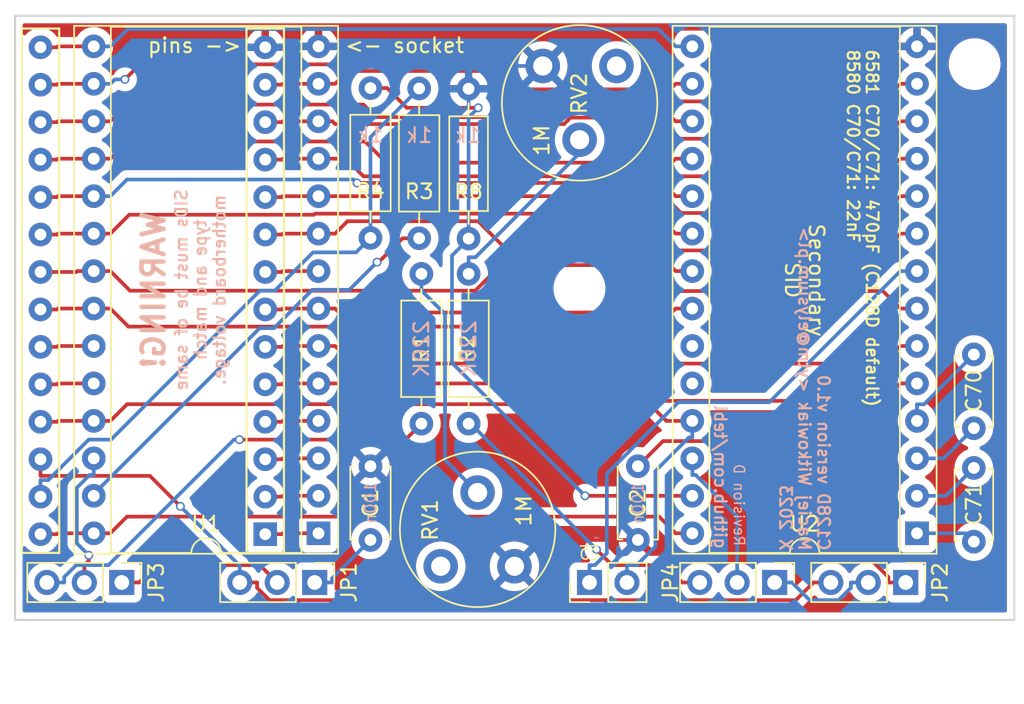
<source format=kicad_pcb>
(kicad_pcb (version 20211014) (generator pcbnew)
  (title_block (title "C128D DualSID") (date "2023-10-24") (rev "D"))
  (layers (0 "F.Cu" signal) (31 "B.Cu" signal) (34 "B.Paste" user) (35 "F.Paste" user) (36 "B.SilkS" user "B.Silkscreen") (37 "F.SilkS" user "F.Silkscreen") (38 "B.Mask" user) (39 "F.Mask" user) (44 "Edge.Cuts" user))
  (net 0 "")
  (net 1 "/CAP_1A")
  (net 2 "/D6")
  (net 3 "/CAP_1B")
  (net 4 "/D7")
  (net 5 "/CAP_2A")
  (net 6 "/POT_Y")
  (net 7 "/CAP_2B")
  (net 8 "/POT_X")
  (net 9 "/~{RESET}")
  (net 10 "VCC")
  (net 11 "/Phi2")
  (net 12 "/EXT_IN")
  (net 13 "VDD")
  (net 14 "/A0")
  (net 15 "/A1")
  (net 16 "/A2")
  (net 17 "/A3")
  (net 18 "/A4")
  (net 19 "GND")
  (net 20 "/D0")
  (net 21 "/D1")
  (net 22 "/D2")
  (net 23 "/D3")
  (net 24 "/D4")
  (net 25 "/D5")
  (net 26 "Net-(C70-Pad1)")
  (net 27 "Net-(C70-Pad2)")
  (net 28 "Net-(C71-Pad1)")
  (net 29 "Net-(C71-Pad2)")
  (net 30 "R{slash}~{W}")
  (net 31 "EXT_IN1")
  (net 34 "~{CS1_IN}")
  (net 35 "~{CS2_IN}")
  (net 36 "EXT_IN2")
  (net 37 "AUD_OUT")
  (net 38 "AUD_R")
  (net 39 "AUD_L")
  (net 40 "Net-(JP3-Pad1)")
  (net 41 "Net-(JP2-Pad1)")
  (net 42 "Net-(JP2-Pad2)")
  (net 43 "Net-(R1-Pad1)")
  (net 44 "Net-(JP4-Pad3)")
  (net 45 "Net-(R1-Pad2)")
  (net 46 "Net-(R2-Pad2)")
  (net 49 "Net-(C1-Pad1)")
  (footprint "MOS_6581:MOS_6581_Adapter" (layer "F.Cu") (at 121.92 123.317 180)
    (fp_text reference "A1")
    (fp_text value "SID_ADAPTER")
  )
  (footprint "Capacitors_THT:C_Disc_D4.7mm_W2.5mm_P5.00mm" (layer "F.Cu") (at 169.9768 116.1288 90)
    (fp_text reference "C70")
    (fp_text value "470pF*")
  )
  (footprint "Capacitors_THT:C_Disc_D4.7mm_W2.5mm_P5.00mm" (layer "F.Cu") (at 169.9768 123.825 90)
    (fp_text reference "C71")
    (fp_text value "470pF*")
  )
  (footprint "Resistors_THT:R_Axial_DIN0207_L6.3mm_D2.5mm_P10.16mm_Horizontal" (layer "F.Cu") (at 135.7122 103.271 90)
    (fp_text reference "R8")
    (fp_text value "1k")
  )
  (footprint "Housings_DIP:DIP-28_W15.24mm_Socket" (layer "F.Cu") (at 125.5318 123.2558 180)
    (fp_text reference "U1")
    (fp_text value "MOS_6581")
  )
  (footprint "Housings_DIP:DIP-28_W15.24mm_Socket" (layer "F.Cu") (at 166.121 123.2558 180)
    (fp_text reference "U2")
    (fp_text value "MOS_6581")
  )
  (footprint "Pin_Headers:Pin_Header_Straight_1x02_Pitch2.54mm" (layer "F.Cu") (at 143.9114 126.5936 90)
    (fp_text reference "J4")
    (fp_text value "~{CS}")
  )
  (footprint "Connector_PinHeader_2.54mm:PinHeader_1x03_P2.54mm_Vertical" (layer "F.Cu") (at 125.2728 126.5936 -90)
    (fp_text reference "JP1")
    (fp_text value "SEL1_Noise_reduction")
  )
  (footprint "Resistor_THT:R_Axial_DIN0207_L6.3mm_D2.5mm_P10.16mm_Horizontal" (layer "F.Cu") (at 132.5118 115.824 90)
    (fp_text reference "R1")
    (fp_text value "220K")
  )
  (footprint "Resistor_THT:R_Axial_DIN0207_L6.3mm_D2.5mm_P10.16mm_Horizontal" (layer "F.Cu") (at 135.7122 115.824 90)
    (fp_text reference "R2")
    (fp_text value "220K")
  )
  (footprint "Resistor_THT:R_Axial_DIN0207_L6.3mm_D2.5mm_P10.16mm_Horizontal" (layer "F.Cu") (at 132.3594 93.091 -90)
    (fp_text reference "R3")
    (fp_text value "1k")
  )
  (footprint "Resistor_THT:R_Axial_DIN0207_L6.3mm_D2.5mm_P10.16mm_Horizontal" (layer "F.Cu") (at 129.0574 103.2256 90)
    (fp_text reference "R4")
    (fp_text value "1k")
  )
  (footprint "Potentiometer_THT:Potentiometer_Piher_PT-10-V05_Vertical" (layer "F.Cu") (at 138.8222 125.4936 90)
    (fp_text reference "RV1")
    (fp_text value "1M")
  )
  (footprint "Connector_PinHeader_2.54mm:PinHeader_1x03_P2.54mm_Vertical" (layer "F.Cu") (at 112.1918 126.5936 -90)
    (fp_text reference "JP3")
    (fp_text value "SEL1_digitboost")
  )
  (footprint "Connector_PinHeader_2.54mm:PinHeader_1x03_P2.54mm_Vertical" (layer "F.Cu") (at 165.354 126.5936 -90)
    (fp_text reference "JP2")
    (fp_text value "SEL2_Noise_reduction")
  )
  (footprint "Capacitor_THT:C_Disc_D4.7mm_W2.5mm_P5.00mm" (layer "F.Cu") (at 147.193 118.7088 -90)
    (fp_text reference "C2")
    (fp_text value "100n")
  )
  (footprint "MountingHole:MountingHole_2.5mm" (layer "F.Cu") (at 143.2306 106.6546 -90)
    (fp_text reference "REF1")
    (fp_text value "MountingHole_2.5mm" hide)
  )
  (footprint "Capacitor_THT:C_Disc_D4.7mm_W2.5mm_P5.00mm" (layer "F.Cu") (at 129.0574 123.7088 90)
    (fp_text reference "C1")
    (fp_text value "100n")
  )
  (footprint "MountingHole:MountingHole_2.5mm" (layer "F.Cu") (at 170.0276 91.44)
    (fp_text reference "REF2")
    (fp_text value "MountingHole_2.5mm" hide)
  )
  (footprint "Connector_PinHeader_2.54mm:PinHeader_1x03_P2.54mm_Vertical" (layer "F.Cu") (at 156.464 126.5936 -90)
    (fp_text reference "JP4")
    (fp_text value "SEL2_digitboost")
  )
  (footprint "Potentiometer_THT:Potentiometer_Piher_PT-10-V05_Vertical" (layer "F.Cu") (at 140.7414 91.567 -90)
    (fp_text reference "RV2")
    (fp_text value "1M")
  )
  (gr_rect (start 104.9528 88.1634) (end 172.72 129.1336) (layer "Edge.Cuts") (width 0.15) (fill none))
  (gr_text "github.com/tebl" (at 152.781 119.4308 270) (layer "B.SilkS") (effects (font (size 0.8 0.8)) (justify mirror)))
  (gr_text "WARNING!" (at 114.3508 106.7562 90) (layer "B.SilkS") (effects (font (size 1.5 1.5) (thickness 0.3)) (justify mirror)))
  (gr_text "Revision D" (at 154.051 121.3358 270) (layer "B.SilkS") (effects (font (size 0.7 0.7) (thickness 0.1)) (justify mirror)))
  (gr_text "C128D version v1.0\nMaciej Witkowiak <ytm@elysium.pl>\nX 2023" (at 158.496 124.5108 270) (layer "B.SilkS") (effects (font (size 0.8 0.8)) (justify left mirror)))
  (gr_text "SIDs must be of same\ntype and match\nmotherboard voltage." (at 117.5258 106.7562 90) (layer "B.SilkS") (effects (font (size 0.8 0.8)) (justify mirror)))
  (gr_text "pins ->" (at 120.396 90.17) (layer "F.SilkS") (effects (font (size 1 1)) (justify right)))
  (gr_text "Secondary\nSID" (at 158.496 106.0958 270) (layer "F.SilkS") (effects (font (size 1 1))))
  (gr_text "<- socket" (at 127.254 90.17) (layer "F.SilkS") (effects (font (size 1 1)) (justify left)))
  (gr_text "6581 C70/C71: 470pF (C128D default)\n8580 C70/C71: 22nF" (at 162.433 90.3732 270) (layer "F.SilkS") (effects (font (size 0.8 0.8)) (justify left)))
  (segment (start 121.92 123.317) (end 123.0469 123.317) (width 0.25) (layer "F.Cu") (net 1))
  (segment (start 123.1081 123.2558) (end 123.0469 123.317) (width 0.25) (layer "F.Cu") (net 1))
  (segment (start 125.5318 123.2558) (end 123.1081 123.2558) (width 0.25) (layer "F.Cu") (net 1))
  (segment (start 110.2918 105.4758) (end 111.4187 105.4758) (width 0.25) (layer "F.Cu") (net 2))
  (segment (start 112.7499 106.807) (end 111.4187 105.4758) (width 0.25) (layer "F.Cu") (net 2))
  (segment (start 137.8987 105.0712) (end 136.1629 106.807) (width 0.25) (layer "F.Cu") (net 2))
  (segment (start 106.68 105.537) (end 109.1037 105.537) (width 0.25) (layer "F.Cu") (net 2))
  (segment (start 149.3495 105.0712) (end 137.8987 105.0712) (width 0.25) (layer "F.Cu") (net 2))
  (segment (start 136.1629 106.807) (end 112.7499 106.807) (width 0.25) (layer "F.Cu") (net 2))
  (segment (start 150.881 105.4758) (end 149.7541 105.4758) (width 0.25) (layer "F.Cu") (net 2))
  (segment (start 109.1037 105.537) (end 109.1649 105.4758) (width 0.25) (layer "F.Cu") (net 2))
  (segment (start 149.7541 105.4758) (end 149.3495 105.0712) (width 0.25) (layer "F.Cu") (net 2))
  (segment (start 110.2918 105.4758) (end 109.1649 105.4758) (width 0.25) (layer "F.Cu") (net 2))
  (segment (start 123.1081 120.7158) (end 123.0469 120.777) (width 0.25) (layer "F.Cu") (net 3))
  (segment (start 125.5318 120.7158) (end 123.1081 120.7158) (width 0.25) (layer "F.Cu") (net 3))
  (segment (start 121.92 120.777) (end 123.0469 120.777) (width 0.25) (layer "F.Cu") (net 3))
  (segment (start 112.647 109.2441) (end 111.4187 108.0158) (width 0.25) (layer "F.Cu") (net 4))
  (segment (start 110.2918 108.0158) (end 107.8681 108.0158) (width 0.25) (layer "F.Cu") (net 4))
  (segment (start 149.7541 108.0158) (end 148.5258 109.2441) (width 0.25) (layer "F.Cu") (net 4))
  (segment (start 148.5258 109.2441) (end 112.647 109.2441) (width 0.25) (layer "F.Cu") (net 4))
  (segment (start 150.881 108.0158) (end 149.7541 108.0158) (width 0.25) (layer "F.Cu") (net 4))
  (segment (start 110.2918 108.0158) (end 111.4187 108.0158) (width 0.25) (layer "F.Cu") (net 4))
  (segment (start 106.68 108.077) (end 107.8069 108.077) (width 0.25) (layer "F.Cu") (net 4))
  (segment (start 107.8681 108.0158) (end 107.8069 108.077) (width 0.25) (layer "F.Cu") (net 4))
  (segment (start 123.1081 118.1758) (end 123.0469 118.237) (width 0.25) (layer "F.Cu") (net 5))
  (segment (start 121.92 118.237) (end 123.0469 118.237) (width 0.25) (layer "F.Cu") (net 5))
  (segment (start 125.5318 118.1758) (end 123.1081 118.1758) (width 0.25) (layer "F.Cu") (net 5))
  (segment (start 110.2918 110.5558) (end 107.8681 110.5558) (width 0.25) (layer "F.Cu") (net 6))
  (segment (start 106.68 110.617) (end 107.8069 110.617) (width 0.25) (layer "F.Cu") (net 6))
  (segment (start 107.8681 110.5558) (end 107.8069 110.617) (width 0.25) (layer "F.Cu") (net 6))
  (segment (start 125.5318 115.6358) (end 123.1081 115.6358) (width 0.25) (layer "F.Cu") (net 7))
  (segment (start 121.92 115.697) (end 123.0469 115.697) (width 0.25) (layer "F.Cu") (net 7))
  (segment (start 123.1081 115.6358) (end 123.0469 115.697) (width 0.25) (layer "F.Cu") (net 7))
  (segment (start 107.8681 113.0958) (end 107.8069 113.157) (width 0.25) (layer "F.Cu") (net 8))
  (segment (start 106.68 113.157) (end 107.8069 113.157) (width 0.25) (layer "F.Cu") (net 8))
  (segment (start 110.2918 113.0958) (end 107.8681 113.0958) (width 0.25) (layer "F.Cu") (net 8))
  (segment (start 147.5324 113.0958) (end 125.5318 113.0958) (width 0.25) (layer "F.Cu") (net 9))
  (segment (start 163.8125 114.2774) (end 148.714 114.2774) (width 0.25) (layer "F.Cu") (net 9))
  (segment (start 125.5318 113.0958) (end 123.1081 113.0958) (width 0.25) (layer "F.Cu") (net 9))
  (segment (start 148.714 114.2774) (end 147.5324 113.0958) (width 0.25) (layer "F.Cu") (net 9))
  (segment (start 164.9941 113.0958) (end 163.8125 114.2774) (width 0.25) (layer "F.Cu") (net 9))
  (segment (start 121.92 113.157) (end 123.0469 113.157) (width 0.25) (layer "F.Cu") (net 9))
  (segment (start 166.121 113.0958) (end 164.9941 113.0958) (width 0.25) (layer "F.Cu") (net 9))
  (segment (start 123.1081 113.0958) (end 123.0469 113.157) (width 0.25) (layer "F.Cu") (net 9))
  (segment (start 147.9817 114.5025) (end 149.115 115.6358) (width 0.25) (layer "F.Cu") (net 10))
  (segment (start 150.881 115.6358) (end 149.7541 115.6358) (width 0.25) (layer "F.Cu") (net 10))
  (segment (start 111.4187 115.6358) (end 112.552 114.5025) (width 0.25) (layer "F.Cu") (net 10))
  (segment (start 149.115 115.6358) (end 149.7541 115.6358) (width 0.25) (layer "F.Cu") (net 10))
  (segment (start 112.552 114.5025) (end 147.9817 114.5025) (width 0.25) (layer "F.Cu") (net 10))
  (segment (start 110.2918 115.6358) (end 107.8681 115.6358) (width 0.25) (layer "F.Cu") (net 10))
  (segment (start 110.8553 115.6358) (end 111.4187 115.6358) (width 0.25) (layer "F.Cu") (net 10))
  (segment (start 110.8553 115.6358) (end 110.2918 115.6358) (width 0.25) (layer "F.Cu") (net 10))
  (segment (start 106.68 115.697) (end 107.8069 115.697) (width 0.25) (layer "F.Cu") (net 10))
  (segment (start 107.8681 115.6358) (end 107.8069 115.697) (width 0.25) (layer "F.Cu") (net 10))
  (segment (start 146.4514 126.5936) (end 146.4514 125.4167) (width 0.25) (layer "B.Cu") (net 10))
  (segment (start 150.881 115.6358) (end 150.881 116.7627) (width 0.25) (layer "B.Cu") (net 10))
  (segment (start 147.1134 125.4167) (end 148.3799 124.1502) (width 0.25) (layer "B.Cu") (net 10))
  (segment (start 148.3799 119.0303) (end 150.6475 116.7627) (width 0.25) (layer "B.Cu") (net 10))
  (segment (start 146.4514 125.4167) (end 147.1134 125.4167) (width 0.25) (layer "B.Cu") (net 10))
  (segment (start 150.6475 116.7627) (end 150.881 116.7627) (width 0.25) (layer "B.Cu") (net 10))
  (segment (start 148.3799 124.1502) (end 148.3799 119.0303) (width 0.25) (layer "B.Cu") (net 10))
  (segment (start 121.92 110.617) (end 123.0469 110.617) (width 0.25) (layer "F.Cu") (net 11))
  (segment (start 163.8035 111.7464) (end 127.8493 111.7464) (width 0.25) (layer "F.Cu") (net 11))
  (segment (start 127.8493 111.7464) (end 126.6587 110.5558) (width 0.25) (layer "F.Cu") (net 11))
  (segment (start 126.0953 110.5558) (end 125.5318 110.5558) (width 0.25) (layer "F.Cu") (net 11))
  (segment (start 123.1081 110.5558) (end 123.0469 110.617) (width 0.25) (layer "F.Cu") (net 11))
  (segment (start 166.121 110.5558) (end 164.9941 110.5558) (width 0.25) (layer "F.Cu") (net 11))
  (segment (start 164.9941 110.5558) (end 163.8035 111.7464) (width 0.25) (layer "F.Cu") (net 11))
  (segment (start 126.0953 110.5558) (end 126.6587 110.5558) (width 0.25) (layer "F.Cu") (net 11))
  (segment (start 125.5318 110.5558) (end 123.1081 110.5558) (width 0.25) (layer "F.Cu") (net 11))
  (segment (start 157.9 127.7907) (end 122.201 127.7907) (width 0.25) (layer "F.Cu") (net 12))
  (segment (start 160.274 126.5936) (end 159.0971 126.5936) (width 0.25) (layer "F.Cu") (net 12))
  (segment (start 116.1636 121.4283) (end 114.0992 119.3639) (width 0.25) (layer "F.Cu") (net 12))
  (segment (start 121.3697 126.9594) (end 121.3697 126.5936) (width 0.25) (layer "F.Cu") (net 12))
  (segment (start 122.201 127.7907) (end 121.3697 126.9594) (width 0.25) (layer "F.Cu") (net 12))
  (segment (start 159.0971 126.5936) (end 157.9 127.7907) (width 0.25) (layer "F.Cu") (net 12))
  (segment (start 120.1928 126.5936) (end 121.3697 126.5936) (width 0.25) (layer "F.Cu") (net 12))
  (segment (start 114.0992 119.3639) (end 106.68 119.3639) (width 0.25) (layer "F.Cu") (net 12))
  (segment (start 106.68 118.237) (end 106.68 119.3639) (width 0.25) (layer "F.Cu") (net 12))
  (via (at 116.1636 121.4283) (size 0.6) (drill 0.4) (layers "F.Cu" "B.Cu") (net 12))
  (segment (start 120.152 125.4167) (end 116.1636 121.4283) (width 0.25) (layer "B.Cu") (net 12))
  (segment (start 120.1928 125.4167) (end 120.152 125.4167) (width 0.25) (layer "B.Cu") (net 12))
  (segment (start 120.1928 126.5936) (end 120.1928 125.4167) (width 0.25) (layer "B.Cu") (net 12))
  (segment (start 149.7541 123.2558) (end 148.6272 122.1289) (width 0.25) (layer "F.Cu") (net 13))
  (segment (start 107.8069 123.317) (end 107.8681 123.2558) (width 0.25) (layer "F.Cu") (net 13))
  (segment (start 106.68 123.317) (end 107.8069 123.317) (width 0.25) (layer "F.Cu") (net 13))
  (segment (start 150.881 123.2558) (end 149.7541 123.2558) (width 0.25) (layer "F.Cu") (net 13))
  (segment (start 110.2918 123.2558) (end 111.4187 123.2558) (width 0.25) (layer "F.Cu") (net 13))
  (segment (start 112.5456 122.1289) (end 111.4187 123.2558) (width 0.25) (layer "F.Cu") (net 13))
  (segment (start 107.8681 123.2558) (end 110.2918 123.2558) (width 0.25) (layer "F.Cu") (net 13))
  (segment (start 148.6272 122.1289) (end 112.5456 122.1289) (width 0.25) (layer "F.Cu") (net 13))
  (segment (start 166.121 102.9358) (end 164.9941 102.9358) (width 0.25) (layer "F.Cu") (net 14))
  (segment (start 126.6587 102.9358) (end 127.5012 102.0933) (width 0.25) (layer "F.Cu") (net 14))
  (segment (start 121.92 102.997) (end 123.0469 102.997) (width 0.25) (layer "F.Cu") (net 14))
  (segment (start 123.1081 102.9358) (end 123.0469 102.997) (width 0.25) (layer "F.Cu") (net 14))
  (segment (start 138.3402 104.0752) (end 163.8547 104.0752) (width 0.25) (layer "F.Cu") (net 14))
  (segment (start 125.5318 102.9358) (end 123.1081 102.9358) (width 0.25) (layer "F.Cu") (net 14))
  (segment (start 136.3583 102.0933) (end 138.3402 104.0752) (width 0.25) (layer "F.Cu") (net 14))
  (segment (start 163.8547 104.0752) (end 164.9941 102.9358) (width 0.25) (layer "F.Cu") (net 14))
  (segment (start 127.5012 102.0933) (end 136.3583 102.0933) (width 0.25) (layer "F.Cu") (net 14))
  (segment (start 125.5318 102.9358) (end 126.6587 102.9358) (width 0.25) (layer "F.Cu") (net 14))
  (segment (start 123.1081 100.3958) (end 123.0469 100.457) (width 0.25) (layer "F.Cu") (net 15))
  (segment (start 126.6587 100.3958) (end 148.9801 100.3958) (width 0.25) (layer "F.Cu") (net 15))
  (segment (start 163.853 101.5369) (end 164.9941 100.3958) (width 0.25) (layer "F.Cu") (net 15))
  (segment (start 121.92 100.457) (end 123.0469 100.457) (width 0.25) (layer "F.Cu") (net 15))
  (segment (start 150.1212 101.5369) (end 163.853 101.5369) (width 0.25) (layer "F.Cu") (net 15))
  (segment (start 125.5318 100.3958) (end 126.6587 100.3958) (width 0.25) (layer "F.Cu") (net 15))
  (segment (start 148.9801 100.3958) (end 150.1212 101.5369) (width 0.25) (layer "F.Cu") (net 15))
  (segment (start 125.5318 100.3958) (end 123.1081 100.3958) (width 0.25) (layer "F.Cu") (net 15))
  (segment (start 166.121 100.3958) (end 164.9941 100.3958) (width 0.25) (layer "F.Cu") (net 15))
  (segment (start 127.3894 97.8558) (end 126.6587 97.8558) (width 0.25) (layer "F.Cu") (net 16))
  (segment (start 123.1081 97.8558) (end 125.5318 97.8558) (width 0.25) (layer "F.Cu") (net 16))
  (segment (start 128.58 99.0464) (end 127.3894 97.8558) (width 0.25) (layer "F.Cu") (net 16))
  (segment (start 125.5318 97.8558) (end 126.6587 97.8558) (width 0.25) (layer "F.Cu") (net 16))
  (segment (start 121.92 97.917) (end 123.0469 97.917) (width 0.25) (layer "F.Cu") (net 16))
  (segment (start 166.121 97.8558) (end 164.9941 97.8558) (width 0.25) (layer "F.Cu") (net 16))
  (segment (start 123.0469 97.917) (end 123.1081 97.8558) (width 0.25) (layer "F.Cu") (net 16))
  (segment (start 164.9941 97.8558) (end 163.8035 99.0464) (width 0.25) (layer "F.Cu") (net 16))
  (segment (start 163.8035 99.0464) (end 128.58 99.0464) (width 0.25) (layer "F.Cu") (net 16))
  (segment (start 125.5318 95.3158) (end 126.4715 95.3158) (width 0.25) (layer "F.Cu") (net 17))
  (segment (start 121.92 95.377) (end 123.0469 95.377) (width 0.25) (layer "F.Cu") (net 17))
  (segment (start 126.6608 95.5051) (end 142.1864 95.5051) (width 0.25) (layer "F.Cu") (net 17))
  (segment (start 123.1081 95.3158) (end 123.0469 95.377) (width 0.25) (layer "F.Cu") (net 17))
  (segment (start 166.121 95.3158) (end 164.9941 95.3158) (width 0.25) (layer "F.Cu") (net 17))
  (segment (start 142.6228 95.0687) (end 145.0838 95.0687) (width 0.25) (layer "F.Cu") (net 17))
  (segment (start 146.5175 96.5024) (end 163.8075 96.5024) (width 0.25) (layer "F.Cu") (net 17))
  (segment (start 145.0838 95.0687) (end 146.5175 96.5024) (width 0.25) (layer "F.Cu") (net 17))
  (segment (start 125.5318 95.3158) (end 123.1081 95.3158) (width 0.25) (layer "F.Cu") (net 17))
  (segment (start 163.8075 96.5024) (end 164.9941 95.3158) (width 0.25) (layer "F.Cu") (net 17))
  (segment (start 126.4715 95.3158) (end 126.6608 95.5051) (width 0.25) (layer "F.Cu") (net 17))
  (segment (start 142.1864 95.5051) (end 142.6228 95.0687) (width 0.25) (layer "F.Cu") (net 17))
  (segment (start 127.5277 91.9068) (end 126.6587 92.7758) (width 0.25) (layer "F.Cu") (net 18))
  (segment (start 166.121 92.7758) (end 164.9941 92.7758) (width 0.25) (layer "F.Cu") (net 18))
  (segment (start 136.5256 91.9068) (end 127.5277 91.9068) (width 0.25) (layer "F.Cu") (net 18))
  (segment (start 121.92 92.837) (end 123.0469 92.837) (width 0.25) (layer "F.Cu") (net 18))
  (segment (start 125.5318 92.7758) (end 123.1081 92.7758) (width 0.25) (layer "F.Cu") (net 18))
  (segment (start 138.5849 93.9661) (end 136.5256 91.9068) (width 0.25) (layer "F.Cu") (net 18))
  (segment (start 123.1081 92.7758) (end 123.0469 92.837) (width 0.25) (layer "F.Cu") (net 18))
  (segment (start 125.5318 92.7758) (end 126.6587 92.7758) (width 0.25) (layer "F.Cu") (net 18))
  (segment (start 163.8038 93.9661) (end 138.5849 93.9661) (width 0.25) (layer "F.Cu") (net 18))
  (segment (start 164.9941 92.7758) (end 163.8038 93.9661) (width 0.25) (layer "F.Cu") (net 18))
  (segment (start 123.1081 90.2358) (end 123.0469 90.297) (width 0.25) (layer "F.Cu") (net 19))
  (segment (start 166.121 90.2358) (end 164.9941 90.2358) (width 0.25) (layer "F.Cu") (net 19))
  (segment (start 121.92 90.297) (end 123.0469 90.297) (width 0.25) (layer "F.Cu") (net 19))
  (segment (start 147.193 123.7088) (end 140.607 123.7088) (width 0.25) (layer "F.Cu") (net 19))
  (segment (start 140.7414 91.567) (end 143.2655 89.0429) (width 0.25) (layer "F.Cu") (net 19))
  (segment (start 125.5318 90.2358) (end 123.1081 90.2358) (width 0.25) (layer "F.Cu") (net 19))
  (segment (start 163.8012 89.0429) (end 164.9941 90.2358) (width 0.25) (layer "F.Cu") (net 19))
  (segment (start 143.2655 89.0429) (end 163.8012 89.0429) (width 0.25) (layer "F.Cu") (net 19))
  (segment (start 140.607 123.7088) (end 138.8222 125.4936) (width 0.25) (layer "F.Cu") (net 19))
  (segment (start 135.7122 93.1364) (end 134.5853 93.1364) (width 0.25) (layer "B.Cu") (net 19))
  (segment (start 135.7122 93.1364) (end 136.8391 93.1364) (width 0.25) (layer "B.Cu") (net 19))
  (segment (start 130.6382 117.3096) (end 130.4566 117.3096) (width 0.25) (layer "B.Cu") (net 19))
  (segment (start 130.4566 117.3096) (end 129.0574 118.7088) (width 0.25) (layer "B.Cu") (net 19))
  (segment (start 131.6847 90.2358) (end 125.5318 90.2358) (width 0.25) (layer "B.Cu") (net 19))
  (segment (start 130.6382 117.3096) (end 138.8222 125.4936) (width 0.25) (layer "B.Cu") (net 19))
  (segment (start 135.7122 93.1364) (end 135.7122 94.2633) (width 0.25) (layer "B.Cu") (net 19))
  (segment (start 134.5853 93.1364) (end 131.6847 90.2358) (width 0.25) (layer "B.Cu") (net 19))
  (segment (start 135.7122 94.2633) (end 130.6382 99.3373) (width 0.25) (layer "B.Cu") (net 19))
  (segment (start 138.4085 91.567) (end 136.8391 93.1364) (width 0.25) (layer "B.Cu") (net 19))
  (segment (start 130.6382 99.3373) (end 130.6382 117.3096) (width 0.25) (layer "B.Cu") (net 19))
  (segment (start 140.7414 91.567) (end 138.4085 91.567) (width 0.25) (layer "B.Cu") (net 19))
  (segment (start 107.8069 90.297) (end 107.8681 90.2358) (width 0.25) (layer "F.Cu") (net 20))
  (segment (start 107.8681 90.2358) (end 110.2918 90.2358) (width 0.25) (layer "F.Cu") (net 20))
  (segment (start 106.68 90.297) (end 107.8069 90.297) (width 0.25) (layer "F.Cu") (net 20))
  (segment (start 148.5842 89.0659) (end 112.5886 89.0659) (width 0.25) (layer "B.Cu") (net 20))
  (segment (start 150.881 90.2358) (end 149.7541 90.2358) (width 0.25) (layer "B.Cu") (net 20))
  (segment (start 110.2918 90.2358) (end 111.4187 90.2358) (width 0.25) (layer "B.Cu") (net 20))
  (segment (start 149.7541 90.2358) (end 148.5842 89.0659) (width 0.25) (layer "B.Cu") (net 20))
  (segment (start 112.5886 89.0659) (end 111.4187 90.2358) (width 0.25) (layer "B.Cu") (net 20))
  (segment (start 136.9371 91.4542) (end 113.4249 91.4542) (width 0.25) (layer "F.Cu") (net 21))
  (segment (start 149.7541 92.7758) (end 149.379 93.1509) (width 0.25) (layer "F.Cu") (net 21))
  (segment (start 113.4249 91.4542) (end 112.4051 92.474) (width 0.25) (layer "F.Cu") (net 21))
  (segment (start 149.379 93.1509) (end 138.6338 93.1509) (width 0.25) (layer "F.Cu") (net 21))
  (segment (start 107.8681 92.7758) (end 110.2918 92.7758) (width 0.25) (layer "F.Cu") (net 21))
  (segment (start 138.6338 93.1509) (end 136.9371 91.4542) (width 0.25) (layer "F.Cu") (net 21))
  (segment (start 150.881 92.7758) (end 149.7541 92.7758) (width 0.25) (layer "F.Cu") (net 21))
  (segment (start 107.8069 92.837) (end 107.8681 92.7758) (width 0.25) (layer "F.Cu") (net 21))
  (segment (start 106.68 92.837) (end 107.8069 92.837) (width 0.25) (layer "F.Cu") (net 21))
  (via (at 112.4051 92.474) (size 0.6) (drill 0.4) (layers "F.Cu" "B.Cu") (net 21))
  (segment (start 112.4051 92.474) (end 111.7205 92.474) (width 0.25) (layer "B.Cu") (net 21))
  (segment (start 111.7205 92.474) (end 111.4187 92.7758) (width 0.25) (layer "B.Cu") (net 21))
  (segment (start 110.2918 92.7758) (end 111.4187 92.7758) (width 0.25) (layer "B.Cu") (net 21))
  (segment (start 106.68 95.377) (end 107.8069 95.377) (width 0.25) (layer "F.Cu") (net 22))
  (segment (start 149.0551 94.6168) (end 149.7541 95.3158) (width 0.25) (layer "F.Cu") (net 22))
  (segment (start 128.5837 94.1856) (end 129.4303 95.0322) (width 0.25) (layer "F.Cu") (net 22))
  (segment (start 111.4187 95.3158) (end 112.5489 94.1856) (width 0.25) (layer "F.Cu") (net 22))
  (segment (start 110.2918 95.3158) (end 111.4187 95.3158) (width 0.25) (layer "F.Cu") (net 22))
  (segment (start 139.9612 94.6168) (end 149.0551 94.6168) (width 0.25) (layer "F.Cu") (net 22))
  (segment (start 107.8069 95.377) (end 107.8681 95.3158) (width 0.25) (layer "F.Cu") (net 22))
  (segment (start 129.4303 95.0322) (end 139.5458 95.0322) (width 0.25) (layer "F.Cu") (net 22))
  (segment (start 112.5489 94.1856) (end 128.5837 94.1856) (width 0.25) (layer "F.Cu") (net 22))
  (segment (start 150.881 95.3158) (end 149.7541 95.3158) (width 0.25) (layer "F.Cu") (net 22))
  (segment (start 139.5458 95.0322) (end 139.9612 94.6168) (width 0.25) (layer "F.Cu") (net 22))
  (segment (start 107.8681 95.3158) (end 110.2918 95.3158) (width 0.25) (layer "F.Cu") (net 22))
  (segment (start 106.68 97.917) (end 107.8069 97.917) (width 0.25) (layer "F.Cu") (net 23))
  (segment (start 110.8553 97.8558) (end 110.2918 97.8558) (width 0.25) (layer "F.Cu") (net 23))
  (segment (start 149.486 98.1239) (end 149.7541 97.8558) (width 0.25) (layer "F.Cu") (net 23))
  (segment (start 110.2918 97.8558) (end 107.8681 97.8558) (width 0.25) (layer "F.Cu") (net 23))
  (segment (start 107.8681 97.8558) (end 107.8069 97.917) (width 0.25) (layer "F.Cu") (net 23))
  (segment (start 130.1317 98.1239) (end 149.486 98.1239) (width 0.25) (layer "F.Cu") (net 23))
  (segment (start 112.5878 96.6867) (end 128.6945 96.6867) (width 0.25) (layer "F.Cu") (net 23))
  (segment (start 150.881 97.8558) (end 149.7541 97.8558) (width 0.25) (layer "F.Cu") (net 23))
  (segment (start 110.8553 97.8558) (end 111.4187 97.8558) (width 0.25) (layer "F.Cu") (net 23))
  (segment (start 128.6945 96.6867) (end 130.1317 98.1239) (width 0.25) (layer "F.Cu") (net 23))
  (segment (start 111.4187 97.8558) (end 112.5878 96.6867) (width 0.25) (layer "F.Cu") (net 23))
  (segment (start 150.881 100.3958) (end 149.7541 100.3958) (width 0.25) (layer "F.Cu") (net 24))
  (segment (start 106.68 100.457) (end 107.8069 100.457) (width 0.25) (layer "F.Cu") (net 24))
  (segment (start 107.8681 100.3958) (end 110.2918 100.3958) (width 0.25) (layer "F.Cu") (net 24))
  (segment (start 149.7541 100.3958) (end 148.857 99.4987) (width 0.25) (layer "F.Cu") (net 24))
  (segment (start 107.8069 100.457) (end 107.8681 100.3958) (width 0.25) (layer "F.Cu") (net 24))
  (segment (start 148.857 99.4987) (end 128.1457 99.4987) (width 0.25) (layer "F.Cu") (net 24))
  (via (at 128.1457 99.4987) (size 0.6) (drill 0.4) (layers "F.Cu" "B.Cu") (net 24))
  (segment (start 112.5496 99.2649) (end 111.4187 100.3958) (width 0.25) (layer "B.Cu") (net 24))
  (segment (start 110.2918 100.3958) (end 111.4187 100.3958) (width 0.25) (layer "B.Cu") (net 24))
  (segment (start 128.1457 99.4987) (end 127.9119 99.2649) (width 0.25) (layer "B.Cu") (net 24))
  (segment (start 127.9119 99.2649) (end 112.5496 99.2649) (width 0.25) (layer "B.Cu") (net 24))
  (segment (start 125.2936 101.5824) (end 125.2214 101.6546) (width 0.25) (layer "F.Cu") (net 25))
  (segment (start 150.881 102.9358) (end 149.7541 102.9358) (width 0.25) (layer "F.Cu") (net 25))
  (segment (start 125.2214 101.6546) (end 112.6999 101.6546) (width 0.25) (layer "F.Cu") (net 25))
  (segment (start 107.8069 102.997) (end 107.8681 102.9358) (width 0.25) (layer "F.Cu") (net 25))
  (segment (start 149.7541 102.9358) (end 148.4007 101.5824) (width 0.25) (layer "F.Cu") (net 25))
  (segment (start 107.8681 102.9358) (end 110.2918 102.9358) (width 0.25) (layer "F.Cu") (net 25))
  (segment (start 106.68 102.997) (end 107.8069 102.997) (width 0.25) (layer "F.Cu") (net 25))
  (segment (start 112.6999 101.6546) (end 111.4187 102.9358) (width 0.25) (layer "F.Cu") (net 25))
  (segment (start 110.2918 102.9358) (end 111.4187 102.9358) (width 0.25) (layer "F.Cu") (net 25))
  (segment (start 148.4007 101.5824) (end 125.2936 101.5824) (width 0.25) (layer "F.Cu") (net 25))
  (segment (start 166.121 118.1758) (end 167.9298 118.1758) (width 0.25) (layer "B.Cu") (net 26))
  (segment (start 167.9298 118.1758) (end 169.9768 116.1288) (width 0.25) (layer "B.Cu") (net 26))
  (segment (start 166.121 114.5089) (end 166.5967 114.5089) (width 0.25) (layer "B.Cu") (net 27))
  (segment (start 166.5967 114.5089) (end 169.9768 111.1288) (width 0.25) (layer "B.Cu") (net 27))
  (segment (start 166.121 115.6358) (end 166.121 114.5089) (width 0.25) (layer "B.Cu") (net 27))
  (segment (start 169.4076 123.2558) (end 169.9768 123.825) (width 0.25) (layer "B.Cu") (net 28))
  (segment (start 166.121 123.2558) (end 169.4076 123.2558) (width 0.25) (layer "B.Cu") (net 28))
  (segment (start 166.121 120.7158) (end 168.086 120.7158) (width 0.25) (layer "B.Cu") (net 29))
  (segment (start 168.086 120.7158) (end 169.9768 118.825) (width 0.25) (layer "B.Cu") (net 29))
  (segment (start 166.121 108.0158) (end 164.9941 108.0158) (width 0.25) (layer "F.Cu") (net 30))
  (segment (start 145.6956 108.2851) (end 126.928 108.2851) (width 0.25) (layer "F.Cu") (net 30))
  (segment (start 147.1515 106.8292) (end 145.6956 108.2851) (width 0.25) (layer "F.Cu") (net 30))
  (segment (start 123.1081 108.0158) (end 123.0469 108.077) (width 0.25) (layer "F.Cu") (net 30))
  (segment (start 125.5318 108.0158) (end 123.1081 108.0158) (width 0.25) (layer "F.Cu") (net 30))
  (segment (start 164.9941 108.0158) (end 163.8075 106.8292) (width 0.25) (layer "F.Cu") (net 30))
  (segment (start 163.8075 106.8292) (end 147.1515 106.8292) (width 0.25) (layer "F.Cu") (net 30))
  (segment (start 125.5318 108.0158) (end 126.6587 108.0158) (width 0.25) (layer "F.Cu") (net 30))
  (segment (start 126.928 108.2851) (end 126.6587 108.0158) (width 0.25) (layer "F.Cu") (net 30))
  (segment (start 121.92 108.077) (end 123.0469 108.077) (width 0.25) (layer "F.Cu") (net 30))
  (segment (start 109.6518 126.5936) (end 109.6518 125.4167) (width 0.25) (layer "F.Cu") (net 31))
  (segment (start 109.6518 125.4167) (end 109.9564 125.1121) (width 0.25) (layer "F.Cu") (net 31))
  (segment (start 109.9564 125.1121) (end 109.9564 124.7465) (width 0.25) (layer "F.Cu") (net 31))
  (via (at 109.9564 124.7465) (size 0.6) (drill 0.4) (layers "F.Cu" "B.Cu") (net 31))
  (segment (start 109.147 120.1658) (end 109.147 123.9371) (width 0.25) (layer "B.Cu") (net 31))
  (segment (start 109.147 123.9371) (end 109.9564 124.7465) (width 0.25) (layer "B.Cu") (net 31))
  (segment (start 110.2918 119.3027) (end 110.0101 119.3027) (width 0.25) (layer "B.Cu") (net 31))
  (segment (start 110.0101 119.3027) (end 109.147 120.1658) (width 0.25) (layer "B.Cu") (net 31))
  (segment (start 110.2918 118.1758) (end 110.2918 119.3027) (width 0.25) (layer "B.Cu") (net 31))
  (segment (start 125.5318 105.4758) (end 123.1081 105.4758) (width 0.25) (layer "F.Cu") (net 34))
  (segment (start 123.1081 105.4758) (end 123.0469 105.537) (width 0.25) (layer "F.Cu") (net 34))
  (segment (start 121.92 105.537) (end 123.0469 105.537) (width 0.25) (layer "F.Cu") (net 34))
  (segment (start 166.121 105.4758) (end 164.9941 105.4758) (width 0.25) (layer "B.Cu") (net 35))
  (segment (start 145.0883 119.2181) (end 149.9406 114.3658) (width 0.25) (layer "B.Cu") (net 35))
  (segment (start 143.9114 126.5936) (end 143.9114 125.4167) (width 0.25) (layer "B.Cu") (net 35))
  (segment (start 143.9114 125.4167) (end 144.2793 125.4167) (width 0.25) (layer "B.Cu") (net 35))
  (segment (start 145.0883 124.6077) (end 145.0883 119.2181) (width 0.25) (layer "B.Cu") (net 35))
  (segment (start 144.2793 125.4167) (end 145.0883 124.6077) (width 0.25) (layer "B.Cu") (net 35))
  (segment (start 149.9406 114.3658) (end 156.1041 114.3658) (width 0.25) (layer "B.Cu") (net 35))
  (segment (start 156.1041 114.3658) (end 164.9941 105.4758) (width 0.25) (layer "B.Cu") (net 35))
  (segment (start 150.881 118.1758) (end 150.881 119.3027) (width 0.25) (layer "B.Cu") (net 36))
  (segment (start 153.924 122.1122) (end 151.1145 119.3027) (width 0.25) (layer "B.Cu") (net 36))
  (segment (start 151.1145 119.3027) (end 150.881 119.3027) (width 0.25) (layer "B.Cu") (net 36))
  (segment (start 153.924 126.5936) (end 153.924 122.1122) (width 0.25) (layer "B.Cu") (net 36))
  (segment (start 125.1642 104.2058) (end 122.563 106.807) (width 0.25) (layer "B.Cu") (net 37))
  (segment (start 129.0574 103.2256) (end 128.0772 104.2058) (width 0.25) (layer "B.Cu") (net 37))
  (segment (start 109.9454 116.9058) (end 107.2011 119.6501) (width 0.25) (layer "B.Cu") (net 37))
  (segment (start 107.2011 119.6501) (end 106.68 119.6501) (width 0.25) (layer "B.Cu") (net 37))
  (segment (start 111.4596 116.9058) (end 109.9454 116.9058) (width 0.25) (layer "B.Cu") (net 37))
  (segment (start 128.0772 104.2058) (end 125.1642 104.2058) (width 0.25) (layer "B.Cu") (net 37))
  (segment (start 106.68 120.777) (end 106.68 119.6501) (width 0.25) (layer "B.Cu") (net 37))
  (segment (start 129.0574 103.2256) (end 129.0574 96.393) (width 0.25) (layer "B.Cu") (net 37))
  (segment (start 129.0574 96.393) (end 132.3594 93.091) (width 0.25) (layer "B.Cu") (net 37))
  (segment (start 122.563 106.807) (end 121.5584 106.807) (width 0.25) (layer "B.Cu") (net 37))
  (segment (start 121.5584 106.807) (end 111.4596 116.9058) (width 0.25) (layer "B.Cu") (net 37))
  (segment (start 131.5222 94.4035) (end 136.3611 94.4035) (width 0.25) (layer "F.Cu") (net 38))
  (segment (start 129.0574 93.0656) (end 130.1843 93.0656) (width 0.25) (layer "F.Cu") (net 38))
  (segment (start 150.881 120.7158) (end 143.607 120.7158) (width 0.25) (layer "F.Cu") (net 38))
  (segment (start 136.3611 94.4035) (end 136.3611 94.4036) (width 0.25) (layer "F.Cu") (net 38))
  (segment (start 130.1843 93.0656) (end 131.5222 94.4035) (width 0.25) (layer "F.Cu") (net 38))
  (via (at 143.607 120.7158) (size 0.6) (drill 0.4) (layers "F.Cu" "B.Cu") (net 38))
  (via (at 136.3611 94.4036) (size 0.6) (drill 0.4) (layers "F.Cu" "B.Cu") (net 38))
  (segment (start 134.5853 104.4233) (end 134.5853 111.6941) (width 0.25) (layer "B.Cu") (net 38))
  (segment (start 135.7122 95.0525) (end 136.3611 94.4036) (width 0.25) (layer "B.Cu") (net 38))
  (segment (start 135.7122 103.2964) (end 134.5853 104.4233) (width 0.25) (layer "B.Cu") (net 38))
  (segment (start 134.5853 111.6941) (end 143.607 120.7158) (width 0.25) (layer "B.Cu") (net 38))
  (segment (start 135.7122 103.2964) (end 135.7122 95.0525) (width 0.25) (layer "B.Cu") (net 38))
  (segment (start 131.2325 103.251) (end 129.6169 104.8666) (width 0.25) (layer "F.Cu") (net 39))
  (segment (start 132.3594 103.251) (end 131.2325 103.251) (width 0.25) (layer "F.Cu") (net 39))
  (segment (start 129.6169 104.8666) (end 129.5035 104.8666) (width 0.25) (layer "F.Cu") (net 39))
  (via (at 129.5035 104.8666) (size 0.6) (drill 0.4) (layers "F.Cu" "B.Cu") (net 39))
  (segment (start 125.1138 106.7458) (end 122.5126 109.347) (width 0.25) (layer "B.Cu") (net 39))
  (segment (start 121.5429 109.347) (end 110.2918 120.5981) (width 0.25) (layer "B.Cu") (net 39))
  (segment (start 110.2918 120.5981) (end 110.2918 120.7158) (width 0.25) (layer "B.Cu") (net 39))
  (segment (start 127.6243 106.7458) (end 125.1138 106.7458) (width 0.25) (layer "B.Cu") (net 39))
  (segment (start 129.5035 104.8666) (end 127.6243 106.7458) (width 0.25) (layer "B.Cu") (net 39))
  (segment (start 122.5126 109.347) (end 121.5429 109.347) (width 0.25) (layer "B.Cu") (net 39))
  (segment (start 122.7328 126.5936) (end 121.5559 125.4167) (width 0.25) (layer "F.Cu") (net 40))
  (segment (start 121.5559 125.4167) (end 114.5456 125.4167) (width 0.25) (layer "F.Cu") (net 40))
  (segment (start 112.1918 126.5936) (end 113.3687 126.5936) (width 0.25) (layer "F.Cu") (net 40))
  (segment (start 114.5456 125.4167) (end 113.3687 126.5936) (width 0.25) (layer "F.Cu") (net 40))
  (segment (start 164.1771 126.2258) (end 164.1771 126.5936) (width 0.25) (layer "F.Cu") (net 41))
  (segment (start 148.8958 117.006) (end 154.9573 117.006) (width 0.25) (layer "F.Cu") (net 41))
  (segment (start 165.354 126.5936) (end 164.1771 126.5936) (width 0.25) (layer "F.Cu") (net 41))
  (segment (start 154.9573 117.006) (end 164.1771 126.2258) (width 0.25) (layer "F.Cu") (net 41))
  (segment (start 147.193 118.7088) (end 148.8958 117.006) (width 0.25) (layer "F.Cu") (net 41))
  (segment (start 157.6409 126.5936) (end 158.838 127.7907) (width 0.25) (layer "B.Cu") (net 42))
  (segment (start 156.464 126.5936) (end 157.6409 126.5936) (width 0.25) (layer "B.Cu") (net 42))
  (segment (start 160.8058 127.7907) (end 161.6371 126.9594) (width 0.25) (layer "B.Cu") (net 42))
  (segment (start 162.814 126.5936) (end 161.6371 126.5936) (width 0.25) (layer "B.Cu") (net 42))
  (segment (start 161.6371 126.9594) (end 161.6371 126.5936) (width 0.25) (layer "B.Cu") (net 42))
  (segment (start 158.838 127.7907) (end 160.8058 127.7907) (width 0.25) (layer "B.Cu") (net 42))
  (segment (start 132.5118 115.824) (end 131.43 116.9058) (width 0.25) (layer "F.Cu") (net 43))
  (segment (start 131.43 116.9058) (end 120.1694 116.9058) (width 0.25) (layer "F.Cu") (net 43))
  (via (at 120.1694 116.9058) (size 0.6) (drill 0.4) (layers "F.Cu" "B.Cu") (net 43))
  (segment (start 109.0977 125.4167) (end 108.2887 126.2257) (width 0.25) (layer "B.Cu") (net 43))
  (segment (start 111.2887 125.4167) (end 109.0977 125.4167) (width 0.25) (layer "B.Cu") (net 43))
  (segment (start 107.1118 126.5936) (end 108.2887 126.5936) (width 0.25) (layer "B.Cu") (net 43))
  (segment (start 108.2887 126.2257) (end 108.2887 126.5936) (width 0.25) (layer "B.Cu") (net 43))
  (segment (start 120.1694 116.9058) (end 119.7996 116.9058) (width 0.25) (layer "B.Cu") (net 43))
  (segment (start 119.7996 116.9058) (end 111.2887 125.4167) (width 0.25) (layer "B.Cu") (net 43))
  (segment (start 150.2071 126.5936) (end 149.0302 125.4167) (width 0.25) (layer "F.Cu") (net 44))
  (segment (start 151.384 126.5936) (end 150.2071 126.5936) (width 0.25) (layer "F.Cu") (net 44))
  (segment (start 149.0302 125.4167) (end 145.4422 125.4167) (width 0.25) (layer "F.Cu") (net 44))
  (segment (start 145.4422 125.4167) (end 144.384 124.3585) (width 0.25) (layer "F.Cu") (net 44))
  (via (at 144.384 124.3585) (size 0.6) (drill 0.4) (layers "F.Cu" "B.Cu") (net 44))
  (segment (start 135.8495 115.824) (end 135.7122 115.824) (width 0.25) (layer "B.Cu") (net 44))
  (segment (start 144.384 124.3585) (end 135.8495 115.824) (width 0.25) (layer "B.Cu") (net 44))
  (segment (start 136.3222 120.4936) (end 134.1121 118.2835) (width 0.25) (layer "B.Cu") (net 45))
  (segment (start 134.1121 118.2835) (end 134.1121 108.3912) (width 0.25) (layer "B.Cu") (net 45))
  (segment (start 134.1121 108.3912) (end 132.5118 106.7909) (width 0.25) (layer "B.Cu") (net 45))
  (segment (start 132.5118 105.664) (end 132.5118 106.7909) (width 0.25) (layer "B.Cu") (net 45))
  (segment (start 136.1792 104.5371) (end 135.7122 104.5371) (width 0.25) (layer "B.Cu") (net 46))
  (segment (start 135.7122 105.664) (end 135.7122 104.5371) (width 0.25) (layer "B.Cu") (net 46))
  (segment (start 143.2414 96.567) (end 143.2414 97.4749) (width 0.25) (layer "B.Cu") (net 46))
  (segment (start 143.2414 97.4749) (end 136.1792 104.5371) (width 0.25) (layer "B.Cu") (net 46))
  (segment (start 126.4497 126.3165) (end 126.4497 126.5936) (width 0.25) (layer "B.Cu") (net 49))
  (segment (start 125.2728 126.5936) (end 126.4497 126.5936) (width 0.25) (layer "B.Cu") (net 49))
  (segment (start 129.0574 123.7088) (end 126.4497 126.3165) (width 0.25) (layer "B.Cu") (net 49))
  (zone (net 19) (net_name "GND") (layers F&B.Cu) (connect_pads (clearance 0.508)) (min_thickness 0.254) (fill yes (thermal_gap 0.508) (thermal_bridge_width 0.508))
    (polygon (pts (xy 173.2788 130.556) (xy 104.5972 130.556) (xy 104.5972 87.4268) (xy 173.2788 87.4268)))
  )
)
</source>
